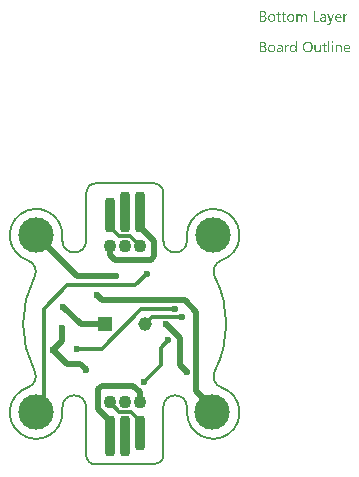
<source format=gbl>
G04*
G04 #@! TF.GenerationSoftware,Altium Limited,Altium Designer,21.8.1 (53)*
G04*
G04 Layer_Physical_Order=2*
G04 Layer_Color=16711680*
%FSAX25Y25*%
%MOIN*%
G70*
G04*
G04 #@! TF.SameCoordinates,72787834-F71D-4475-B617-EFC6544BAEFD*
G04*
G04*
G04 #@! TF.FilePolarity,Positive*
G04*
G01*
G75*
%ADD10C,0.01968*%
%ADD13C,0.00787*%
%ADD47C,0.01181*%
%ADD48C,0.04567*%
%ADD49R,0.04567X0.04567*%
%ADD50C,0.11811*%
%ADD51C,0.02362*%
G04:AMPARAMS|DCode=52|XSize=35.43mil|YSize=135.83mil|CornerRadius=13.82mil|HoleSize=0mil|Usage=FLASHONLY|Rotation=180.000|XOffset=0mil|YOffset=0mil|HoleType=Round|Shape=RoundedRectangle|*
%AMROUNDEDRECTD52*
21,1,0.03543,0.10819,0,0,180.0*
21,1,0.00780,0.13583,0,0,180.0*
1,1,0.02764,-0.00390,0.05409*
1,1,0.02764,0.00390,0.05409*
1,1,0.02764,0.00390,-0.05409*
1,1,0.02764,-0.00390,-0.05409*
%
%ADD52ROUNDEDRECTD52*%
G04:AMPARAMS|DCode=53|XSize=35.43mil|YSize=116.14mil|CornerRadius=13.82mil|HoleSize=0mil|Usage=FLASHONLY|Rotation=180.000|XOffset=0mil|YOffset=0mil|HoleType=Round|Shape=RoundedRectangle|*
%AMROUNDEDRECTD53*
21,1,0.03543,0.08850,0,0,180.0*
21,1,0.00780,0.11614,0,0,180.0*
1,1,0.02764,-0.00390,0.04425*
1,1,0.02764,0.00390,0.04425*
1,1,0.02764,0.00390,-0.04425*
1,1,0.02764,-0.00390,-0.04425*
%
%ADD53ROUNDEDRECTD53*%
%ADD54C,0.04331*%
G36*
X0060049Y0129265D02*
X0060105Y0129253D01*
X0060167Y0129240D01*
X0060235Y0129216D01*
X0060315Y0129185D01*
X0060389Y0129141D01*
X0060470Y0129092D01*
X0060544Y0129024D01*
X0060612Y0128937D01*
X0060674Y0128838D01*
X0060730Y0128727D01*
X0060767Y0128584D01*
X0060798Y0128429D01*
X0060804Y0128250D01*
Y0126702D01*
X0060402D01*
Y0128145D01*
Y0128151D01*
Y0128163D01*
Y0128182D01*
Y0128213D01*
X0060396Y0128287D01*
X0060383Y0128374D01*
X0060371Y0128473D01*
X0060346Y0128572D01*
X0060315Y0128665D01*
X0060272Y0128745D01*
X0060266Y0128751D01*
X0060247Y0128776D01*
X0060216Y0128807D01*
X0060167Y0128838D01*
X0060111Y0128875D01*
X0060036Y0128900D01*
X0059944Y0128925D01*
X0059838Y0128931D01*
X0059826D01*
X0059795Y0128925D01*
X0059746Y0128919D01*
X0059684Y0128900D01*
X0059616Y0128875D01*
X0059541Y0128832D01*
X0059467Y0128776D01*
X0059399Y0128696D01*
X0059393Y0128683D01*
X0059374Y0128652D01*
X0059343Y0128603D01*
X0059312Y0128535D01*
X0059275Y0128454D01*
X0059250Y0128361D01*
X0059226Y0128250D01*
X0059219Y0128132D01*
Y0126702D01*
X0058817D01*
Y0128194D01*
Y0128200D01*
Y0128225D01*
X0058811Y0128262D01*
Y0128312D01*
X0058799Y0128368D01*
X0058786Y0128429D01*
X0058768Y0128491D01*
X0058749Y0128566D01*
X0058718Y0128634D01*
X0058681Y0128696D01*
X0058631Y0128758D01*
X0058576Y0128813D01*
X0058514Y0128863D01*
X0058433Y0128900D01*
X0058347Y0128925D01*
X0058248Y0128931D01*
X0058235D01*
X0058204Y0128925D01*
X0058155Y0128919D01*
X0058093Y0128906D01*
X0058025Y0128875D01*
X0057951Y0128838D01*
X0057876Y0128782D01*
X0057808Y0128708D01*
X0057802Y0128696D01*
X0057783Y0128671D01*
X0057752Y0128621D01*
X0057722Y0128553D01*
X0057691Y0128473D01*
X0057660Y0128374D01*
X0057641Y0128262D01*
X0057635Y0128132D01*
Y0126702D01*
X0057232D01*
Y0129216D01*
X0057635D01*
Y0128813D01*
X0057647D01*
X0057653Y0128820D01*
X0057660Y0128832D01*
X0057678Y0128857D01*
X0057697Y0128888D01*
X0057759Y0128956D01*
X0057845Y0129042D01*
X0057957Y0129129D01*
X0058087Y0129197D01*
X0058167Y0129228D01*
X0058248Y0129253D01*
X0058334Y0129265D01*
X0058427Y0129271D01*
X0058470D01*
X0058520Y0129265D01*
X0058582Y0129253D01*
X0058650Y0129234D01*
X0058724Y0129209D01*
X0058799Y0129179D01*
X0058873Y0129129D01*
X0058879Y0129123D01*
X0058904Y0129104D01*
X0058935Y0129073D01*
X0058978Y0129030D01*
X0059021Y0128974D01*
X0059065Y0128912D01*
X0059108Y0128838D01*
X0059139Y0128751D01*
X0059145Y0128758D01*
X0059151Y0128776D01*
X0059170Y0128801D01*
X0059188Y0128832D01*
X0059219Y0128875D01*
X0059257Y0128919D01*
X0059300Y0128962D01*
X0059350Y0129011D01*
X0059405Y0129061D01*
X0059467Y0129104D01*
X0059535Y0129154D01*
X0059609Y0129191D01*
X0059690Y0129222D01*
X0059777Y0129247D01*
X0059876Y0129265D01*
X0059975Y0129271D01*
X0060012D01*
X0060049Y0129265D01*
D02*
G37*
G36*
X0074082Y0129253D02*
X0074156Y0129247D01*
X0074199Y0129234D01*
X0074230Y0129222D01*
Y0128807D01*
X0074224Y0128813D01*
X0074212Y0128820D01*
X0074187Y0128832D01*
X0074156Y0128850D01*
X0074113Y0128863D01*
X0074057Y0128875D01*
X0073995Y0128881D01*
X0073927Y0128888D01*
X0073914D01*
X0073884Y0128881D01*
X0073834Y0128875D01*
X0073778Y0128857D01*
X0073704Y0128826D01*
X0073636Y0128782D01*
X0073562Y0128720D01*
X0073494Y0128640D01*
X0073487Y0128628D01*
X0073469Y0128597D01*
X0073438Y0128541D01*
X0073407Y0128467D01*
X0073376Y0128374D01*
X0073345Y0128256D01*
X0073326Y0128126D01*
X0073320Y0127978D01*
Y0126702D01*
X0072918D01*
Y0129216D01*
X0073320D01*
Y0128696D01*
X0073333D01*
Y0128702D01*
X0073339Y0128708D01*
X0073351Y0128739D01*
X0073370Y0128788D01*
X0073401Y0128850D01*
X0073432Y0128912D01*
X0073481Y0128980D01*
X0073531Y0129049D01*
X0073593Y0129110D01*
X0073599Y0129117D01*
X0073624Y0129135D01*
X0073661Y0129160D01*
X0073710Y0129185D01*
X0073766Y0129209D01*
X0073834Y0129234D01*
X0073908Y0129253D01*
X0073989Y0129259D01*
X0074045D01*
X0074082Y0129253D01*
D02*
G37*
G36*
X0068703Y0126300D02*
X0068696Y0126294D01*
X0068690Y0126269D01*
X0068672Y0126226D01*
X0068647Y0126176D01*
X0068616Y0126121D01*
X0068573Y0126053D01*
X0068529Y0125985D01*
X0068480Y0125910D01*
X0068418Y0125836D01*
X0068356Y0125768D01*
X0068282Y0125700D01*
X0068201Y0125644D01*
X0068121Y0125594D01*
X0068028Y0125551D01*
X0067935Y0125526D01*
X0067830Y0125520D01*
X0067774D01*
X0067737Y0125526D01*
X0067656Y0125539D01*
X0067570Y0125557D01*
Y0125916D01*
X0067576D01*
X0067594Y0125910D01*
X0067619Y0125904D01*
X0067650Y0125898D01*
X0067725Y0125879D01*
X0067805Y0125873D01*
X0067817D01*
X0067854Y0125879D01*
X0067910Y0125892D01*
X0067978Y0125916D01*
X0068053Y0125960D01*
X0068090Y0125991D01*
X0068127Y0126028D01*
X0068164Y0126065D01*
X0068201Y0126114D01*
X0068232Y0126170D01*
X0068263Y0126232D01*
X0068467Y0126702D01*
X0067483Y0129216D01*
X0067929D01*
X0068610Y0127278D01*
Y0127272D01*
X0068616Y0127260D01*
X0068622Y0127241D01*
X0068628Y0127216D01*
X0068634Y0127179D01*
X0068647Y0127142D01*
X0068659Y0127086D01*
X0068678D01*
Y0127099D01*
X0068690Y0127136D01*
X0068703Y0127191D01*
X0068727Y0127272D01*
X0069439Y0129216D01*
X0069854D01*
X0068703Y0126300D01*
D02*
G37*
G36*
X0066295Y0129265D02*
X0066350Y0129259D01*
X0066418Y0129240D01*
X0066493Y0129222D01*
X0066573Y0129191D01*
X0066660Y0129154D01*
X0066740Y0129104D01*
X0066821Y0129042D01*
X0066895Y0128968D01*
X0066963Y0128875D01*
X0067019Y0128770D01*
X0067062Y0128646D01*
X0067087Y0128504D01*
X0067099Y0128337D01*
Y0126702D01*
X0066697D01*
Y0127093D01*
X0066685D01*
Y0127086D01*
X0066672Y0127074D01*
X0066660Y0127049D01*
X0066635Y0127024D01*
X0066573Y0126950D01*
X0066493Y0126870D01*
X0066381Y0126789D01*
X0066251Y0126715D01*
X0066171Y0126690D01*
X0066090Y0126665D01*
X0066004Y0126653D01*
X0065911Y0126647D01*
X0065874D01*
X0065849Y0126653D01*
X0065781Y0126659D01*
X0065700Y0126672D01*
X0065601Y0126696D01*
X0065509Y0126727D01*
X0065409Y0126777D01*
X0065323Y0126839D01*
X0065317Y0126851D01*
X0065292Y0126876D01*
X0065255Y0126919D01*
X0065218Y0126981D01*
X0065180Y0127055D01*
X0065143Y0127142D01*
X0065118Y0127247D01*
X0065112Y0127365D01*
Y0127371D01*
Y0127396D01*
X0065118Y0127433D01*
X0065125Y0127476D01*
X0065137Y0127532D01*
X0065156Y0127594D01*
X0065180Y0127662D01*
X0065218Y0127730D01*
X0065261Y0127804D01*
X0065317Y0127879D01*
X0065385Y0127947D01*
X0065465Y0128009D01*
X0065558Y0128070D01*
X0065669Y0128120D01*
X0065793Y0128157D01*
X0065942Y0128188D01*
X0066697Y0128293D01*
Y0128299D01*
Y0128318D01*
X0066691Y0128355D01*
Y0128392D01*
X0066678Y0128442D01*
X0066672Y0128498D01*
X0066635Y0128615D01*
X0066604Y0128671D01*
X0066573Y0128727D01*
X0066530Y0128782D01*
X0066480Y0128832D01*
X0066418Y0128875D01*
X0066350Y0128906D01*
X0066270Y0128925D01*
X0066177Y0128931D01*
X0066134D01*
X0066103Y0128925D01*
X0066059D01*
X0066016Y0128912D01*
X0065905Y0128894D01*
X0065781Y0128857D01*
X0065645Y0128801D01*
X0065570Y0128764D01*
X0065502Y0128727D01*
X0065428Y0128677D01*
X0065360Y0128621D01*
Y0129036D01*
X0065366D01*
X0065378Y0129049D01*
X0065397Y0129061D01*
X0065428Y0129073D01*
X0065459Y0129092D01*
X0065502Y0129110D01*
X0065552Y0129129D01*
X0065608Y0129154D01*
X0065731Y0129197D01*
X0065880Y0129234D01*
X0066041Y0129259D01*
X0066214Y0129271D01*
X0066251D01*
X0066295Y0129265D01*
D02*
G37*
G36*
X0063404Y0127074D02*
X0064815D01*
Y0126702D01*
X0062989D01*
Y0130218D01*
X0063404D01*
Y0127074D01*
D02*
G37*
G36*
X0046189Y0130212D02*
X0046233D01*
X0046276Y0130206D01*
X0046375Y0130194D01*
X0046493Y0130163D01*
X0046617Y0130126D01*
X0046734Y0130070D01*
X0046839Y0129996D01*
X0046846D01*
X0046852Y0129983D01*
X0046883Y0129958D01*
X0046926Y0129909D01*
X0046976Y0129841D01*
X0047019Y0129754D01*
X0047062Y0129655D01*
X0047093Y0129544D01*
X0047106Y0129482D01*
Y0129414D01*
Y0129408D01*
Y0129401D01*
Y0129364D01*
X0047100Y0129308D01*
X0047087Y0129240D01*
X0047069Y0129154D01*
X0047038Y0129067D01*
X0047000Y0128980D01*
X0046945Y0128894D01*
X0046938Y0128881D01*
X0046914Y0128857D01*
X0046877Y0128820D01*
X0046827Y0128770D01*
X0046765Y0128720D01*
X0046691Y0128665D01*
X0046598Y0128621D01*
X0046499Y0128578D01*
Y0128572D01*
X0046518D01*
X0046536Y0128566D01*
X0046555Y0128560D01*
X0046623Y0128547D01*
X0046703Y0128522D01*
X0046790Y0128485D01*
X0046883Y0128442D01*
X0046976Y0128380D01*
X0047062Y0128299D01*
X0047075Y0128287D01*
X0047100Y0128256D01*
X0047130Y0128213D01*
X0047174Y0128145D01*
X0047211Y0128058D01*
X0047248Y0127959D01*
X0047273Y0127841D01*
X0047279Y0127711D01*
Y0127705D01*
Y0127693D01*
Y0127668D01*
X0047273Y0127637D01*
X0047267Y0127600D01*
X0047260Y0127557D01*
X0047236Y0127452D01*
X0047199Y0127334D01*
X0047143Y0127210D01*
X0047106Y0127154D01*
X0047062Y0127093D01*
X0047007Y0127037D01*
X0046951Y0126981D01*
X0046945D01*
X0046938Y0126969D01*
X0046920Y0126956D01*
X0046895Y0126938D01*
X0046864Y0126919D01*
X0046821Y0126894D01*
X0046728Y0126845D01*
X0046610Y0126789D01*
X0046474Y0126746D01*
X0046313Y0126715D01*
X0046233Y0126709D01*
X0046140Y0126702D01*
X0045112D01*
Y0130218D01*
X0046159D01*
X0046189Y0130212D01*
D02*
G37*
G36*
X0053116Y0129216D02*
X0053754D01*
Y0128869D01*
X0053116D01*
Y0127452D01*
Y0127439D01*
Y0127408D01*
X0053122Y0127365D01*
X0053128Y0127309D01*
X0053153Y0127191D01*
X0053172Y0127136D01*
X0053203Y0127093D01*
X0053209Y0127086D01*
X0053221Y0127074D01*
X0053240Y0127061D01*
X0053271Y0127043D01*
X0053308Y0127018D01*
X0053357Y0127006D01*
X0053419Y0126993D01*
X0053487Y0126987D01*
X0053512D01*
X0053543Y0126993D01*
X0053580Y0127000D01*
X0053667Y0127024D01*
X0053710Y0127043D01*
X0053754Y0127068D01*
Y0126721D01*
X0053747D01*
X0053729Y0126709D01*
X0053698Y0126702D01*
X0053655Y0126690D01*
X0053599Y0126678D01*
X0053537Y0126665D01*
X0053463Y0126659D01*
X0053376Y0126653D01*
X0053345D01*
X0053314Y0126659D01*
X0053271Y0126665D01*
X0053221Y0126678D01*
X0053166Y0126690D01*
X0053110Y0126715D01*
X0053048Y0126746D01*
X0052986Y0126783D01*
X0052924Y0126832D01*
X0052868Y0126888D01*
X0052819Y0126962D01*
X0052776Y0127043D01*
X0052745Y0127142D01*
X0052720Y0127253D01*
X0052714Y0127383D01*
Y0128869D01*
X0052287D01*
Y0129216D01*
X0052714D01*
Y0129829D01*
X0053116Y0129958D01*
Y0129216D01*
D02*
G37*
G36*
X0051414D02*
X0052051D01*
Y0128869D01*
X0051414D01*
Y0127452D01*
Y0127439D01*
Y0127408D01*
X0051420Y0127365D01*
X0051426Y0127309D01*
X0051451Y0127191D01*
X0051470Y0127136D01*
X0051500Y0127093D01*
X0051507Y0127086D01*
X0051519Y0127074D01*
X0051538Y0127061D01*
X0051569Y0127043D01*
X0051606Y0127018D01*
X0051655Y0127006D01*
X0051717Y0126993D01*
X0051785Y0126987D01*
X0051810D01*
X0051841Y0126993D01*
X0051878Y0127000D01*
X0051965Y0127024D01*
X0052008Y0127043D01*
X0052051Y0127068D01*
Y0126721D01*
X0052045D01*
X0052027Y0126709D01*
X0051996Y0126702D01*
X0051952Y0126690D01*
X0051897Y0126678D01*
X0051835Y0126665D01*
X0051761Y0126659D01*
X0051674Y0126653D01*
X0051643D01*
X0051612Y0126659D01*
X0051569Y0126665D01*
X0051519Y0126678D01*
X0051463Y0126690D01*
X0051408Y0126715D01*
X0051346Y0126746D01*
X0051284Y0126783D01*
X0051222Y0126832D01*
X0051166Y0126888D01*
X0051117Y0126962D01*
X0051073Y0127043D01*
X0051042Y0127142D01*
X0051018Y0127253D01*
X0051012Y0127383D01*
Y0128869D01*
X0050584D01*
Y0129216D01*
X0051012D01*
Y0129829D01*
X0051414Y0129958D01*
Y0129216D01*
D02*
G37*
G36*
X0071358Y0129265D02*
X0071401Y0129259D01*
X0071445Y0129253D01*
X0071556Y0129234D01*
X0071680Y0129191D01*
X0071804Y0129135D01*
X0071866Y0129098D01*
X0071927Y0129055D01*
X0071983Y0129005D01*
X0072039Y0128949D01*
X0072045Y0128943D01*
X0072051Y0128937D01*
X0072064Y0128919D01*
X0072082Y0128894D01*
X0072101Y0128857D01*
X0072126Y0128820D01*
X0072150Y0128776D01*
X0072175Y0128720D01*
X0072200Y0128658D01*
X0072225Y0128597D01*
X0072249Y0128522D01*
X0072268Y0128442D01*
X0072287Y0128355D01*
X0072299Y0128269D01*
X0072311Y0128170D01*
Y0128064D01*
Y0127854D01*
X0070535D01*
Y0127848D01*
Y0127835D01*
Y0127817D01*
X0070541Y0127786D01*
X0070547Y0127749D01*
Y0127711D01*
X0070566Y0127612D01*
X0070597Y0127513D01*
X0070634Y0127402D01*
X0070689Y0127297D01*
X0070758Y0127204D01*
X0070770Y0127191D01*
X0070795Y0127167D01*
X0070844Y0127136D01*
X0070912Y0127093D01*
X0070999Y0127049D01*
X0071098Y0127018D01*
X0071216Y0126993D01*
X0071352Y0126981D01*
X0071395D01*
X0071426Y0126987D01*
X0071463D01*
X0071507Y0126993D01*
X0071612Y0127018D01*
X0071729Y0127049D01*
X0071860Y0127099D01*
X0071996Y0127167D01*
X0072064Y0127210D01*
X0072132Y0127260D01*
Y0126882D01*
X0072126D01*
X0072119Y0126870D01*
X0072101Y0126863D01*
X0072070Y0126845D01*
X0072039Y0126826D01*
X0072002Y0126808D01*
X0071952Y0126789D01*
X0071903Y0126764D01*
X0071841Y0126740D01*
X0071773Y0126721D01*
X0071624Y0126684D01*
X0071451Y0126659D01*
X0071259Y0126647D01*
X0071210D01*
X0071172Y0126653D01*
X0071129Y0126659D01*
X0071073Y0126665D01*
X0070956Y0126690D01*
X0070819Y0126727D01*
X0070683Y0126789D01*
X0070615Y0126832D01*
X0070547Y0126876D01*
X0070485Y0126925D01*
X0070423Y0126987D01*
X0070417Y0126993D01*
X0070411Y0127006D01*
X0070399Y0127024D01*
X0070374Y0127049D01*
X0070355Y0127086D01*
X0070331Y0127130D01*
X0070300Y0127179D01*
X0070275Y0127235D01*
X0070244Y0127297D01*
X0070219Y0127371D01*
X0070188Y0127452D01*
X0070170Y0127538D01*
X0070151Y0127631D01*
X0070132Y0127730D01*
X0070126Y0127835D01*
X0070120Y0127947D01*
Y0127953D01*
Y0127971D01*
Y0128002D01*
X0070126Y0128046D01*
X0070132Y0128095D01*
X0070139Y0128151D01*
X0070145Y0128219D01*
X0070163Y0128287D01*
X0070201Y0128436D01*
X0070256Y0128597D01*
X0070293Y0128677D01*
X0070343Y0128751D01*
X0070392Y0128832D01*
X0070448Y0128900D01*
X0070454Y0128906D01*
X0070467Y0128919D01*
X0070485Y0128937D01*
X0070510Y0128956D01*
X0070541Y0128987D01*
X0070578Y0129018D01*
X0070628Y0129049D01*
X0070677Y0129086D01*
X0070795Y0129154D01*
X0070937Y0129216D01*
X0071018Y0129234D01*
X0071098Y0129253D01*
X0071185Y0129265D01*
X0071278Y0129271D01*
X0071327D01*
X0071358Y0129265D01*
D02*
G37*
G36*
X0055493D02*
X0055536Y0129259D01*
X0055592Y0129253D01*
X0055716Y0129228D01*
X0055858Y0129185D01*
X0056001Y0129123D01*
X0056075Y0129086D01*
X0056143Y0129042D01*
X0056211Y0128987D01*
X0056273Y0128925D01*
X0056279Y0128919D01*
X0056285Y0128906D01*
X0056304Y0128888D01*
X0056323Y0128863D01*
X0056347Y0128826D01*
X0056372Y0128782D01*
X0056403Y0128733D01*
X0056434Y0128677D01*
X0056459Y0128609D01*
X0056490Y0128541D01*
X0056514Y0128461D01*
X0056539Y0128374D01*
X0056558Y0128281D01*
X0056576Y0128182D01*
X0056582Y0128077D01*
X0056589Y0127965D01*
Y0127959D01*
Y0127940D01*
Y0127910D01*
X0056582Y0127866D01*
X0056576Y0127817D01*
X0056570Y0127755D01*
X0056558Y0127693D01*
X0056545Y0127619D01*
X0056508Y0127470D01*
X0056446Y0127309D01*
X0056409Y0127229D01*
X0056360Y0127148D01*
X0056310Y0127074D01*
X0056248Y0127006D01*
X0056242Y0127000D01*
X0056230Y0126993D01*
X0056211Y0126975D01*
X0056186Y0126950D01*
X0056149Y0126925D01*
X0056112Y0126894D01*
X0056063Y0126857D01*
X0056007Y0126826D01*
X0055945Y0126795D01*
X0055877Y0126758D01*
X0055803Y0126727D01*
X0055722Y0126702D01*
X0055635Y0126678D01*
X0055543Y0126665D01*
X0055444Y0126653D01*
X0055338Y0126647D01*
X0055283D01*
X0055246Y0126653D01*
X0055202Y0126659D01*
X0055146Y0126665D01*
X0055085Y0126678D01*
X0055016Y0126690D01*
X0054874Y0126734D01*
X0054725Y0126795D01*
X0054651Y0126832D01*
X0054583Y0126882D01*
X0054515Y0126932D01*
X0054447Y0126993D01*
X0054441Y0127000D01*
X0054435Y0127012D01*
X0054416Y0127031D01*
X0054397Y0127055D01*
X0054373Y0127093D01*
X0054342Y0127136D01*
X0054311Y0127185D01*
X0054286Y0127241D01*
X0054255Y0127309D01*
X0054224Y0127377D01*
X0054193Y0127452D01*
X0054168Y0127538D01*
X0054131Y0127724D01*
X0054125Y0127823D01*
X0054119Y0127928D01*
Y0127934D01*
Y0127959D01*
Y0127990D01*
X0054125Y0128033D01*
X0054131Y0128083D01*
X0054137Y0128145D01*
X0054150Y0128213D01*
X0054162Y0128287D01*
X0054199Y0128448D01*
X0054261Y0128609D01*
X0054305Y0128690D01*
X0054348Y0128770D01*
X0054397Y0128844D01*
X0054459Y0128912D01*
X0054466Y0128919D01*
X0054478Y0128931D01*
X0054497Y0128943D01*
X0054521Y0128968D01*
X0054558Y0128993D01*
X0054602Y0129024D01*
X0054651Y0129061D01*
X0054707Y0129092D01*
X0054769Y0129123D01*
X0054843Y0129160D01*
X0054917Y0129191D01*
X0055004Y0129216D01*
X0055091Y0129240D01*
X0055190Y0129259D01*
X0055295Y0129265D01*
X0055400Y0129271D01*
X0055456D01*
X0055493Y0129265D01*
D02*
G37*
G36*
X0049142D02*
X0049185Y0129259D01*
X0049241Y0129253D01*
X0049365Y0129228D01*
X0049507Y0129185D01*
X0049650Y0129123D01*
X0049724Y0129086D01*
X0049792Y0129042D01*
X0049860Y0128987D01*
X0049922Y0128925D01*
X0049928Y0128919D01*
X0049935Y0128906D01*
X0049953Y0128888D01*
X0049972Y0128863D01*
X0049996Y0128826D01*
X0050021Y0128782D01*
X0050052Y0128733D01*
X0050083Y0128677D01*
X0050108Y0128609D01*
X0050139Y0128541D01*
X0050164Y0128461D01*
X0050188Y0128374D01*
X0050207Y0128281D01*
X0050225Y0128182D01*
X0050232Y0128077D01*
X0050238Y0127965D01*
Y0127959D01*
Y0127940D01*
Y0127910D01*
X0050232Y0127866D01*
X0050225Y0127817D01*
X0050219Y0127755D01*
X0050207Y0127693D01*
X0050195Y0127619D01*
X0050157Y0127470D01*
X0050095Y0127309D01*
X0050058Y0127229D01*
X0050009Y0127148D01*
X0049959Y0127074D01*
X0049897Y0127006D01*
X0049891Y0127000D01*
X0049879Y0126993D01*
X0049860Y0126975D01*
X0049835Y0126950D01*
X0049798Y0126925D01*
X0049761Y0126894D01*
X0049712Y0126857D01*
X0049656Y0126826D01*
X0049594Y0126795D01*
X0049526Y0126758D01*
X0049452Y0126727D01*
X0049371Y0126702D01*
X0049284Y0126678D01*
X0049192Y0126665D01*
X0049093Y0126653D01*
X0048987Y0126647D01*
X0048932D01*
X0048895Y0126653D01*
X0048851Y0126659D01*
X0048796Y0126665D01*
X0048734Y0126678D01*
X0048665Y0126690D01*
X0048523Y0126734D01*
X0048375Y0126795D01*
X0048300Y0126832D01*
X0048232Y0126882D01*
X0048164Y0126932D01*
X0048096Y0126993D01*
X0048090Y0127000D01*
X0048084Y0127012D01*
X0048065Y0127031D01*
X0048046Y0127055D01*
X0048022Y0127093D01*
X0047991Y0127136D01*
X0047960Y0127185D01*
X0047935Y0127241D01*
X0047904Y0127309D01*
X0047873Y0127377D01*
X0047842Y0127452D01*
X0047818Y0127538D01*
X0047780Y0127724D01*
X0047774Y0127823D01*
X0047768Y0127928D01*
Y0127934D01*
Y0127959D01*
Y0127990D01*
X0047774Y0128033D01*
X0047780Y0128083D01*
X0047787Y0128145D01*
X0047799Y0128213D01*
X0047811Y0128287D01*
X0047848Y0128448D01*
X0047910Y0128609D01*
X0047954Y0128690D01*
X0047997Y0128770D01*
X0048046Y0128844D01*
X0048108Y0128912D01*
X0048115Y0128919D01*
X0048127Y0128931D01*
X0048146Y0128943D01*
X0048170Y0128968D01*
X0048208Y0128993D01*
X0048251Y0129024D01*
X0048300Y0129061D01*
X0048356Y0129092D01*
X0048418Y0129123D01*
X0048492Y0129160D01*
X0048566Y0129191D01*
X0048653Y0129216D01*
X0048740Y0129240D01*
X0048839Y0129259D01*
X0048944Y0129265D01*
X0049049Y0129271D01*
X0049105D01*
X0049142Y0129265D01*
D02*
G37*
G36*
X0069322Y0120185D02*
X0069346D01*
X0069402Y0120160D01*
X0069433Y0120142D01*
X0069464Y0120117D01*
X0069470Y0120111D01*
X0069476Y0120105D01*
X0069507Y0120068D01*
X0069532Y0120006D01*
X0069538Y0119969D01*
X0069544Y0119931D01*
Y0119925D01*
Y0119913D01*
X0069538Y0119894D01*
X0069532Y0119870D01*
X0069513Y0119808D01*
X0069489Y0119777D01*
X0069464Y0119746D01*
X0069458D01*
X0069451Y0119733D01*
X0069414Y0119709D01*
X0069359Y0119684D01*
X0069322Y0119678D01*
X0069284Y0119671D01*
X0069266D01*
X0069247Y0119678D01*
X0069222D01*
X0069161Y0119702D01*
X0069130Y0119715D01*
X0069099Y0119740D01*
Y0119746D01*
X0069086Y0119752D01*
X0069074Y0119771D01*
X0069062Y0119789D01*
X0069037Y0119851D01*
X0069031Y0119888D01*
X0069024Y0119931D01*
Y0119938D01*
Y0119950D01*
X0069031Y0119969D01*
X0069037Y0120000D01*
X0069055Y0120055D01*
X0069074Y0120086D01*
X0069099Y0120117D01*
X0069105Y0120123D01*
X0069111Y0120130D01*
X0069148Y0120154D01*
X0069210Y0120179D01*
X0069247Y0120192D01*
X0069303D01*
X0069322Y0120185D01*
D02*
G37*
G36*
X0057332Y0116521D02*
X0056929D01*
Y0116942D01*
X0056917D01*
Y0116936D01*
X0056904Y0116923D01*
X0056886Y0116898D01*
X0056867Y0116867D01*
X0056836Y0116830D01*
X0056799Y0116793D01*
X0056756Y0116750D01*
X0056706Y0116707D01*
X0056651Y0116657D01*
X0056582Y0116614D01*
X0056514Y0116577D01*
X0056434Y0116539D01*
X0056353Y0116508D01*
X0056261Y0116484D01*
X0056162Y0116471D01*
X0056056Y0116465D01*
X0056013D01*
X0055976Y0116471D01*
X0055939Y0116478D01*
X0055889Y0116484D01*
X0055784Y0116508D01*
X0055660Y0116546D01*
X0055536Y0116607D01*
X0055468Y0116645D01*
X0055413Y0116688D01*
X0055351Y0116744D01*
X0055295Y0116799D01*
Y0116806D01*
X0055283Y0116818D01*
X0055270Y0116837D01*
X0055252Y0116861D01*
X0055233Y0116892D01*
X0055208Y0116936D01*
X0055184Y0116985D01*
X0055159Y0117041D01*
X0055128Y0117103D01*
X0055103Y0117171D01*
X0055078Y0117245D01*
X0055060Y0117325D01*
X0055041Y0117412D01*
X0055029Y0117511D01*
X0055023Y0117610D01*
X0055016Y0117716D01*
Y0117722D01*
Y0117740D01*
Y0117777D01*
X0055023Y0117821D01*
X0055029Y0117870D01*
X0055035Y0117932D01*
X0055041Y0118000D01*
X0055054Y0118075D01*
X0055091Y0118235D01*
X0055146Y0118403D01*
X0055184Y0118483D01*
X0055227Y0118563D01*
X0055270Y0118638D01*
X0055326Y0118712D01*
X0055332Y0118718D01*
X0055338Y0118731D01*
X0055357Y0118749D01*
X0055382Y0118774D01*
X0055413Y0118799D01*
X0055456Y0118830D01*
X0055499Y0118867D01*
X0055549Y0118904D01*
X0055673Y0118972D01*
X0055815Y0119034D01*
X0055895Y0119053D01*
X0055982Y0119071D01*
X0056069Y0119083D01*
X0056168Y0119090D01*
X0056217D01*
X0056255Y0119083D01*
X0056292Y0119077D01*
X0056341Y0119071D01*
X0056453Y0119040D01*
X0056576Y0118991D01*
X0056638Y0118960D01*
X0056700Y0118916D01*
X0056762Y0118873D01*
X0056818Y0118817D01*
X0056867Y0118755D01*
X0056917Y0118681D01*
X0056929D01*
Y0120241D01*
X0057332D01*
Y0116521D01*
D02*
G37*
G36*
X0071600Y0119083D02*
X0071674Y0119077D01*
X0071767Y0119059D01*
X0071866Y0119028D01*
X0071971Y0118978D01*
X0072076Y0118910D01*
X0072119Y0118873D01*
X0072163Y0118824D01*
X0072175Y0118811D01*
X0072200Y0118774D01*
X0072231Y0118712D01*
X0072274Y0118625D01*
X0072311Y0118520D01*
X0072348Y0118390D01*
X0072373Y0118235D01*
X0072379Y0118056D01*
Y0116521D01*
X0071977D01*
Y0117951D01*
Y0117957D01*
Y0117988D01*
X0071971Y0118025D01*
Y0118075D01*
X0071959Y0118136D01*
X0071946Y0118204D01*
X0071927Y0118279D01*
X0071903Y0118353D01*
X0071872Y0118427D01*
X0071835Y0118495D01*
X0071785Y0118563D01*
X0071729Y0118625D01*
X0071668Y0118675D01*
X0071587Y0118712D01*
X0071500Y0118743D01*
X0071395Y0118749D01*
X0071383D01*
X0071346Y0118743D01*
X0071290Y0118737D01*
X0071222Y0118718D01*
X0071141Y0118693D01*
X0071055Y0118650D01*
X0070974Y0118595D01*
X0070894Y0118520D01*
X0070888Y0118508D01*
X0070863Y0118483D01*
X0070832Y0118433D01*
X0070795Y0118365D01*
X0070758Y0118285D01*
X0070727Y0118186D01*
X0070702Y0118075D01*
X0070696Y0117951D01*
Y0116521D01*
X0070293D01*
Y0119034D01*
X0070696D01*
Y0118613D01*
X0070708D01*
X0070714Y0118619D01*
X0070720Y0118632D01*
X0070739Y0118656D01*
X0070764Y0118687D01*
X0070789Y0118725D01*
X0070826Y0118762D01*
X0070869Y0118805D01*
X0070919Y0118854D01*
X0070974Y0118898D01*
X0071036Y0118941D01*
X0071104Y0118978D01*
X0071179Y0119015D01*
X0071253Y0119046D01*
X0071339Y0119071D01*
X0071432Y0119083D01*
X0071531Y0119090D01*
X0071569D01*
X0071600Y0119083D01*
D02*
G37*
G36*
X0054602Y0119071D02*
X0054676Y0119065D01*
X0054719Y0119053D01*
X0054750Y0119040D01*
Y0118625D01*
X0054744Y0118632D01*
X0054732Y0118638D01*
X0054707Y0118650D01*
X0054676Y0118669D01*
X0054633Y0118681D01*
X0054577Y0118693D01*
X0054515Y0118700D01*
X0054447Y0118706D01*
X0054435D01*
X0054404Y0118700D01*
X0054354Y0118693D01*
X0054298Y0118675D01*
X0054224Y0118644D01*
X0054156Y0118601D01*
X0054082Y0118539D01*
X0054014Y0118458D01*
X0054008Y0118446D01*
X0053989Y0118415D01*
X0053958Y0118359D01*
X0053927Y0118285D01*
X0053896Y0118192D01*
X0053865Y0118075D01*
X0053847Y0117945D01*
X0053840Y0117796D01*
Y0116521D01*
X0053438D01*
Y0119034D01*
X0053840D01*
Y0118514D01*
X0053853D01*
Y0118520D01*
X0053859Y0118526D01*
X0053871Y0118557D01*
X0053890Y0118607D01*
X0053921Y0118669D01*
X0053952Y0118731D01*
X0054001Y0118799D01*
X0054051Y0118867D01*
X0054113Y0118929D01*
X0054119Y0118935D01*
X0054144Y0118954D01*
X0054181Y0118978D01*
X0054230Y0119003D01*
X0054286Y0119028D01*
X0054354Y0119053D01*
X0054428Y0119071D01*
X0054509Y0119077D01*
X0054565D01*
X0054602Y0119071D01*
D02*
G37*
G36*
X0065341Y0116521D02*
X0064939D01*
Y0116917D01*
X0064927D01*
Y0116911D01*
X0064914Y0116898D01*
X0064902Y0116874D01*
X0064877Y0116849D01*
X0064821Y0116775D01*
X0064735Y0116694D01*
X0064685Y0116651D01*
X0064630Y0116607D01*
X0064568Y0116570D01*
X0064493Y0116533D01*
X0064419Y0116508D01*
X0064339Y0116484D01*
X0064246Y0116471D01*
X0064153Y0116465D01*
X0064116D01*
X0064072Y0116471D01*
X0064011Y0116484D01*
X0063942Y0116496D01*
X0063868Y0116521D01*
X0063788Y0116552D01*
X0063707Y0116601D01*
X0063621Y0116657D01*
X0063540Y0116725D01*
X0063466Y0116812D01*
X0063398Y0116917D01*
X0063336Y0117035D01*
X0063292Y0117177D01*
X0063268Y0117344D01*
X0063255Y0117431D01*
Y0117530D01*
Y0119034D01*
X0063652D01*
Y0117592D01*
Y0117586D01*
Y0117561D01*
X0063658Y0117517D01*
X0063664Y0117468D01*
X0063670Y0117406D01*
X0063683Y0117344D01*
X0063701Y0117270D01*
X0063726Y0117195D01*
X0063763Y0117121D01*
X0063800Y0117053D01*
X0063850Y0116985D01*
X0063911Y0116923D01*
X0063980Y0116874D01*
X0064060Y0116837D01*
X0064159Y0116806D01*
X0064264Y0116799D01*
X0064277D01*
X0064314Y0116806D01*
X0064370Y0116812D01*
X0064431Y0116824D01*
X0064512Y0116855D01*
X0064592Y0116892D01*
X0064673Y0116942D01*
X0064747Y0117016D01*
X0064753Y0117028D01*
X0064778Y0117053D01*
X0064809Y0117103D01*
X0064846Y0117171D01*
X0064877Y0117251D01*
X0064908Y0117350D01*
X0064933Y0117462D01*
X0064939Y0117586D01*
Y0119034D01*
X0065341D01*
Y0116521D01*
D02*
G37*
G36*
X0069476D02*
X0069074D01*
Y0119034D01*
X0069476D01*
Y0116521D01*
D02*
G37*
G36*
X0068257D02*
X0067854D01*
Y0120241D01*
X0068257D01*
Y0116521D01*
D02*
G37*
G36*
X0051878Y0119083D02*
X0051934Y0119077D01*
X0052002Y0119059D01*
X0052076Y0119040D01*
X0052157Y0119009D01*
X0052243Y0118972D01*
X0052324Y0118922D01*
X0052404Y0118861D01*
X0052479Y0118786D01*
X0052547Y0118693D01*
X0052602Y0118588D01*
X0052646Y0118465D01*
X0052671Y0118322D01*
X0052683Y0118155D01*
Y0116521D01*
X0052280D01*
Y0116911D01*
X0052268D01*
Y0116905D01*
X0052256Y0116892D01*
X0052243Y0116867D01*
X0052219Y0116843D01*
X0052157Y0116768D01*
X0052076Y0116688D01*
X0051965Y0116607D01*
X0051835Y0116533D01*
X0051754Y0116508D01*
X0051674Y0116484D01*
X0051587Y0116471D01*
X0051494Y0116465D01*
X0051457D01*
X0051432Y0116471D01*
X0051364Y0116478D01*
X0051284Y0116490D01*
X0051185Y0116515D01*
X0051092Y0116546D01*
X0050993Y0116595D01*
X0050906Y0116657D01*
X0050900Y0116669D01*
X0050875Y0116694D01*
X0050838Y0116737D01*
X0050801Y0116799D01*
X0050764Y0116874D01*
X0050727Y0116960D01*
X0050702Y0117066D01*
X0050696Y0117183D01*
Y0117189D01*
Y0117214D01*
X0050702Y0117251D01*
X0050708Y0117295D01*
X0050721Y0117350D01*
X0050739Y0117412D01*
X0050764Y0117480D01*
X0050801Y0117548D01*
X0050844Y0117623D01*
X0050900Y0117697D01*
X0050968Y0117765D01*
X0051049Y0117827D01*
X0051142Y0117889D01*
X0051253Y0117938D01*
X0051377Y0117975D01*
X0051525Y0118006D01*
X0052280Y0118112D01*
Y0118118D01*
Y0118136D01*
X0052274Y0118174D01*
Y0118211D01*
X0052262Y0118260D01*
X0052256Y0118316D01*
X0052219Y0118433D01*
X0052188Y0118489D01*
X0052157Y0118545D01*
X0052113Y0118601D01*
X0052064Y0118650D01*
X0052002Y0118693D01*
X0051934Y0118725D01*
X0051853Y0118743D01*
X0051761Y0118749D01*
X0051717D01*
X0051686Y0118743D01*
X0051643D01*
X0051600Y0118731D01*
X0051488Y0118712D01*
X0051364Y0118675D01*
X0051228Y0118619D01*
X0051154Y0118582D01*
X0051086Y0118545D01*
X0051012Y0118495D01*
X0050943Y0118440D01*
Y0118854D01*
X0050950D01*
X0050962Y0118867D01*
X0050981Y0118879D01*
X0051012Y0118892D01*
X0051042Y0118910D01*
X0051086Y0118929D01*
X0051135Y0118947D01*
X0051191Y0118972D01*
X0051315Y0119015D01*
X0051463Y0119053D01*
X0051624Y0119077D01*
X0051798Y0119090D01*
X0051835D01*
X0051878Y0119083D01*
D02*
G37*
G36*
X0046189Y0120030D02*
X0046233D01*
X0046276Y0120024D01*
X0046375Y0120012D01*
X0046493Y0119981D01*
X0046617Y0119944D01*
X0046734Y0119888D01*
X0046839Y0119814D01*
X0046846D01*
X0046852Y0119801D01*
X0046883Y0119777D01*
X0046926Y0119727D01*
X0046976Y0119659D01*
X0047019Y0119572D01*
X0047062Y0119473D01*
X0047093Y0119362D01*
X0047106Y0119300D01*
Y0119232D01*
Y0119226D01*
Y0119220D01*
Y0119183D01*
X0047100Y0119127D01*
X0047087Y0119059D01*
X0047069Y0118972D01*
X0047038Y0118885D01*
X0047000Y0118799D01*
X0046945Y0118712D01*
X0046938Y0118700D01*
X0046914Y0118675D01*
X0046877Y0118638D01*
X0046827Y0118588D01*
X0046765Y0118539D01*
X0046691Y0118483D01*
X0046598Y0118440D01*
X0046499Y0118396D01*
Y0118390D01*
X0046518D01*
X0046536Y0118384D01*
X0046555Y0118378D01*
X0046623Y0118365D01*
X0046703Y0118341D01*
X0046790Y0118304D01*
X0046883Y0118260D01*
X0046976Y0118198D01*
X0047062Y0118118D01*
X0047075Y0118105D01*
X0047100Y0118075D01*
X0047130Y0118031D01*
X0047174Y0117963D01*
X0047211Y0117876D01*
X0047248Y0117777D01*
X0047273Y0117660D01*
X0047279Y0117530D01*
Y0117524D01*
Y0117511D01*
Y0117486D01*
X0047273Y0117455D01*
X0047267Y0117418D01*
X0047260Y0117375D01*
X0047236Y0117270D01*
X0047199Y0117152D01*
X0047143Y0117028D01*
X0047106Y0116973D01*
X0047062Y0116911D01*
X0047007Y0116855D01*
X0046951Y0116799D01*
X0046945D01*
X0046938Y0116787D01*
X0046920Y0116775D01*
X0046895Y0116756D01*
X0046864Y0116737D01*
X0046821Y0116713D01*
X0046728Y0116663D01*
X0046610Y0116607D01*
X0046474Y0116564D01*
X0046313Y0116533D01*
X0046233Y0116527D01*
X0046140Y0116521D01*
X0045112D01*
Y0120037D01*
X0046159D01*
X0046189Y0120030D01*
D02*
G37*
G36*
X0066685Y0119034D02*
X0067322D01*
Y0118687D01*
X0066685D01*
Y0117270D01*
Y0117257D01*
Y0117227D01*
X0066691Y0117183D01*
X0066697Y0117127D01*
X0066722Y0117010D01*
X0066740Y0116954D01*
X0066771Y0116911D01*
X0066777Y0116905D01*
X0066790Y0116892D01*
X0066808Y0116880D01*
X0066839Y0116861D01*
X0066877Y0116837D01*
X0066926Y0116824D01*
X0066988Y0116812D01*
X0067056Y0116806D01*
X0067081D01*
X0067112Y0116812D01*
X0067149Y0116818D01*
X0067235Y0116843D01*
X0067279Y0116861D01*
X0067322Y0116886D01*
Y0116539D01*
X0067316D01*
X0067297Y0116527D01*
X0067266Y0116521D01*
X0067223Y0116508D01*
X0067167Y0116496D01*
X0067106Y0116484D01*
X0067031Y0116478D01*
X0066945Y0116471D01*
X0066914D01*
X0066883Y0116478D01*
X0066839Y0116484D01*
X0066790Y0116496D01*
X0066734Y0116508D01*
X0066678Y0116533D01*
X0066616Y0116564D01*
X0066555Y0116601D01*
X0066493Y0116651D01*
X0066437Y0116707D01*
X0066387Y0116781D01*
X0066344Y0116861D01*
X0066313Y0116960D01*
X0066289Y0117072D01*
X0066282Y0117202D01*
Y0118687D01*
X0065855D01*
Y0119034D01*
X0066282D01*
Y0119647D01*
X0066685Y0119777D01*
Y0119034D01*
D02*
G37*
G36*
X0074212Y0119083D02*
X0074255Y0119077D01*
X0074298Y0119071D01*
X0074410Y0119053D01*
X0074533Y0119009D01*
X0074657Y0118954D01*
X0074719Y0118916D01*
X0074781Y0118873D01*
X0074837Y0118824D01*
X0074893Y0118768D01*
X0074899Y0118762D01*
X0074905Y0118755D01*
X0074917Y0118737D01*
X0074936Y0118712D01*
X0074954Y0118675D01*
X0074979Y0118638D01*
X0075004Y0118595D01*
X0075029Y0118539D01*
X0075054Y0118477D01*
X0075078Y0118415D01*
X0075103Y0118341D01*
X0075122Y0118260D01*
X0075140Y0118174D01*
X0075152Y0118087D01*
X0075165Y0117988D01*
Y0117883D01*
Y0117672D01*
X0073388D01*
Y0117666D01*
Y0117654D01*
Y0117635D01*
X0073395Y0117604D01*
X0073401Y0117567D01*
Y0117530D01*
X0073419Y0117431D01*
X0073450Y0117332D01*
X0073487Y0117220D01*
X0073543Y0117115D01*
X0073611Y0117022D01*
X0073624Y0117010D01*
X0073648Y0116985D01*
X0073698Y0116954D01*
X0073766Y0116911D01*
X0073853Y0116867D01*
X0073952Y0116837D01*
X0074069Y0116812D01*
X0074205Y0116799D01*
X0074249D01*
X0074280Y0116806D01*
X0074317D01*
X0074360Y0116812D01*
X0074465Y0116837D01*
X0074583Y0116867D01*
X0074713Y0116917D01*
X0074849Y0116985D01*
X0074917Y0117028D01*
X0074985Y0117078D01*
Y0116700D01*
X0074979D01*
X0074973Y0116688D01*
X0074954Y0116682D01*
X0074923Y0116663D01*
X0074893Y0116645D01*
X0074855Y0116626D01*
X0074806Y0116607D01*
X0074756Y0116583D01*
X0074695Y0116558D01*
X0074626Y0116539D01*
X0074478Y0116502D01*
X0074304Y0116478D01*
X0074113Y0116465D01*
X0074063D01*
X0074026Y0116471D01*
X0073983Y0116478D01*
X0073927Y0116484D01*
X0073809Y0116508D01*
X0073673Y0116546D01*
X0073537Y0116607D01*
X0073469Y0116651D01*
X0073401Y0116694D01*
X0073339Y0116744D01*
X0073277Y0116806D01*
X0073271Y0116812D01*
X0073265Y0116824D01*
X0073252Y0116843D01*
X0073227Y0116867D01*
X0073209Y0116905D01*
X0073184Y0116948D01*
X0073153Y0116997D01*
X0073128Y0117053D01*
X0073097Y0117115D01*
X0073073Y0117189D01*
X0073042Y0117270D01*
X0073023Y0117357D01*
X0073005Y0117449D01*
X0072986Y0117548D01*
X0072980Y0117654D01*
X0072974Y0117765D01*
Y0117771D01*
Y0117790D01*
Y0117821D01*
X0072980Y0117864D01*
X0072986Y0117914D01*
X0072992Y0117969D01*
X0072998Y0118037D01*
X0073017Y0118105D01*
X0073054Y0118254D01*
X0073110Y0118415D01*
X0073147Y0118495D01*
X0073197Y0118570D01*
X0073246Y0118650D01*
X0073302Y0118718D01*
X0073308Y0118725D01*
X0073320Y0118737D01*
X0073339Y0118755D01*
X0073364Y0118774D01*
X0073395Y0118805D01*
X0073432Y0118836D01*
X0073481Y0118867D01*
X0073531Y0118904D01*
X0073648Y0118972D01*
X0073791Y0119034D01*
X0073871Y0119053D01*
X0073952Y0119071D01*
X0074038Y0119083D01*
X0074131Y0119090D01*
X0074181D01*
X0074212Y0119083D01*
D02*
G37*
G36*
X0061169Y0120092D02*
X0061231Y0120086D01*
X0061305Y0120074D01*
X0061386Y0120055D01*
X0061473Y0120037D01*
X0061559Y0120012D01*
X0061658Y0119981D01*
X0061751Y0119938D01*
X0061850Y0119888D01*
X0061949Y0119833D01*
X0062042Y0119764D01*
X0062135Y0119690D01*
X0062222Y0119603D01*
X0062228Y0119597D01*
X0062240Y0119579D01*
X0062265Y0119554D01*
X0062290Y0119517D01*
X0062327Y0119467D01*
X0062364Y0119405D01*
X0062401Y0119337D01*
X0062445Y0119263D01*
X0062488Y0119170D01*
X0062525Y0119077D01*
X0062562Y0118972D01*
X0062599Y0118854D01*
X0062624Y0118737D01*
X0062649Y0118607D01*
X0062661Y0118465D01*
X0062667Y0118322D01*
Y0118310D01*
Y0118285D01*
Y0118242D01*
X0062661Y0118180D01*
X0062655Y0118105D01*
X0062643Y0118025D01*
X0062630Y0117932D01*
X0062612Y0117827D01*
X0062587Y0117722D01*
X0062556Y0117610D01*
X0062519Y0117499D01*
X0062475Y0117387D01*
X0062420Y0117270D01*
X0062358Y0117165D01*
X0062290Y0117059D01*
X0062209Y0116960D01*
X0062203Y0116954D01*
X0062191Y0116942D01*
X0062160Y0116917D01*
X0062129Y0116886D01*
X0062079Y0116843D01*
X0062024Y0116806D01*
X0061962Y0116756D01*
X0061887Y0116713D01*
X0061807Y0116669D01*
X0061714Y0116620D01*
X0061615Y0116583D01*
X0061504Y0116546D01*
X0061386Y0116508D01*
X0061262Y0116484D01*
X0061132Y0116471D01*
X0060990Y0116465D01*
X0060959D01*
X0060915Y0116471D01*
X0060866D01*
X0060804Y0116478D01*
X0060730Y0116490D01*
X0060649Y0116508D01*
X0060557Y0116527D01*
X0060464Y0116552D01*
X0060365Y0116583D01*
X0060266Y0116626D01*
X0060167Y0116669D01*
X0060067Y0116725D01*
X0059969Y0116793D01*
X0059876Y0116867D01*
X0059789Y0116954D01*
X0059783Y0116960D01*
X0059770Y0116979D01*
X0059746Y0117004D01*
X0059721Y0117041D01*
X0059684Y0117090D01*
X0059647Y0117152D01*
X0059609Y0117220D01*
X0059566Y0117301D01*
X0059523Y0117387D01*
X0059486Y0117480D01*
X0059448Y0117586D01*
X0059411Y0117703D01*
X0059387Y0117821D01*
X0059362Y0117951D01*
X0059350Y0118093D01*
X0059343Y0118235D01*
Y0118248D01*
Y0118273D01*
X0059350Y0118316D01*
Y0118378D01*
X0059356Y0118446D01*
X0059368Y0118533D01*
X0059380Y0118625D01*
X0059399Y0118725D01*
X0059424Y0118830D01*
X0059455Y0118941D01*
X0059492Y0119053D01*
X0059535Y0119164D01*
X0059591Y0119275D01*
X0059653Y0119387D01*
X0059721Y0119492D01*
X0059801Y0119591D01*
X0059807Y0119597D01*
X0059820Y0119616D01*
X0059851Y0119641D01*
X0059888Y0119671D01*
X0059931Y0119709D01*
X0059987Y0119752D01*
X0060055Y0119795D01*
X0060129Y0119845D01*
X0060216Y0119894D01*
X0060309Y0119938D01*
X0060408Y0119981D01*
X0060519Y0120018D01*
X0060643Y0120049D01*
X0060773Y0120080D01*
X0060909Y0120092D01*
X0061052Y0120099D01*
X0061120D01*
X0061169Y0120092D01*
D02*
G37*
G36*
X0049142Y0119083D02*
X0049185Y0119077D01*
X0049241Y0119071D01*
X0049365Y0119046D01*
X0049507Y0119003D01*
X0049650Y0118941D01*
X0049724Y0118904D01*
X0049792Y0118861D01*
X0049860Y0118805D01*
X0049922Y0118743D01*
X0049928Y0118737D01*
X0049935Y0118725D01*
X0049953Y0118706D01*
X0049972Y0118681D01*
X0049996Y0118644D01*
X0050021Y0118601D01*
X0050052Y0118551D01*
X0050083Y0118495D01*
X0050108Y0118427D01*
X0050139Y0118359D01*
X0050164Y0118279D01*
X0050188Y0118192D01*
X0050207Y0118099D01*
X0050225Y0118000D01*
X0050232Y0117895D01*
X0050238Y0117784D01*
Y0117777D01*
Y0117759D01*
Y0117728D01*
X0050232Y0117684D01*
X0050225Y0117635D01*
X0050219Y0117573D01*
X0050207Y0117511D01*
X0050195Y0117437D01*
X0050157Y0117288D01*
X0050095Y0117127D01*
X0050058Y0117047D01*
X0050009Y0116966D01*
X0049959Y0116892D01*
X0049897Y0116824D01*
X0049891Y0116818D01*
X0049879Y0116812D01*
X0049860Y0116793D01*
X0049835Y0116768D01*
X0049798Y0116744D01*
X0049761Y0116713D01*
X0049712Y0116676D01*
X0049656Y0116645D01*
X0049594Y0116614D01*
X0049526Y0116577D01*
X0049452Y0116546D01*
X0049371Y0116521D01*
X0049284Y0116496D01*
X0049192Y0116484D01*
X0049093Y0116471D01*
X0048987Y0116465D01*
X0048932D01*
X0048895Y0116471D01*
X0048851Y0116478D01*
X0048796Y0116484D01*
X0048734Y0116496D01*
X0048665Y0116508D01*
X0048523Y0116552D01*
X0048375Y0116614D01*
X0048300Y0116651D01*
X0048232Y0116700D01*
X0048164Y0116750D01*
X0048096Y0116812D01*
X0048090Y0116818D01*
X0048084Y0116830D01*
X0048065Y0116849D01*
X0048046Y0116874D01*
X0048022Y0116911D01*
X0047991Y0116954D01*
X0047960Y0117004D01*
X0047935Y0117059D01*
X0047904Y0117127D01*
X0047873Y0117195D01*
X0047842Y0117270D01*
X0047818Y0117357D01*
X0047780Y0117542D01*
X0047774Y0117641D01*
X0047768Y0117746D01*
Y0117753D01*
Y0117777D01*
Y0117808D01*
X0047774Y0117852D01*
X0047780Y0117901D01*
X0047787Y0117963D01*
X0047799Y0118031D01*
X0047811Y0118105D01*
X0047848Y0118266D01*
X0047910Y0118427D01*
X0047954Y0118508D01*
X0047997Y0118588D01*
X0048046Y0118663D01*
X0048108Y0118731D01*
X0048115Y0118737D01*
X0048127Y0118749D01*
X0048146Y0118762D01*
X0048170Y0118786D01*
X0048208Y0118811D01*
X0048251Y0118842D01*
X0048300Y0118879D01*
X0048356Y0118910D01*
X0048418Y0118941D01*
X0048492Y0118978D01*
X0048566Y0119009D01*
X0048653Y0119034D01*
X0048740Y0119059D01*
X0048839Y0119077D01*
X0048944Y0119083D01*
X0049049Y0119090D01*
X0049105D01*
X0049142Y0119083D01*
D02*
G37*
%LPC*%
G36*
X0066697Y0127971D02*
X0066090Y0127885D01*
X0066078D01*
X0066047Y0127879D01*
X0065997Y0127866D01*
X0065936Y0127854D01*
X0065868Y0127835D01*
X0065793Y0127811D01*
X0065731Y0127786D01*
X0065669Y0127749D01*
X0065663Y0127742D01*
X0065645Y0127730D01*
X0065626Y0127705D01*
X0065601Y0127668D01*
X0065570Y0127619D01*
X0065552Y0127557D01*
X0065533Y0127482D01*
X0065527Y0127396D01*
Y0127390D01*
Y0127365D01*
X0065533Y0127334D01*
X0065546Y0127291D01*
X0065558Y0127241D01*
X0065583Y0127191D01*
X0065614Y0127142D01*
X0065657Y0127093D01*
X0065663Y0127086D01*
X0065682Y0127074D01*
X0065713Y0127055D01*
X0065750Y0127037D01*
X0065799Y0127018D01*
X0065861Y0127000D01*
X0065929Y0126987D01*
X0066010Y0126981D01*
X0066022D01*
X0066059Y0126987D01*
X0066115Y0126993D01*
X0066183Y0127006D01*
X0066258Y0127031D01*
X0066344Y0127068D01*
X0066425Y0127123D01*
X0066499Y0127191D01*
X0066505Y0127204D01*
X0066530Y0127229D01*
X0066561Y0127272D01*
X0066598Y0127334D01*
X0066635Y0127414D01*
X0066666Y0127501D01*
X0066691Y0127606D01*
X0066697Y0127718D01*
Y0127971D01*
D02*
G37*
G36*
X0045998Y0129847D02*
X0045527D01*
Y0128708D01*
X0046004D01*
X0046066Y0128714D01*
X0046140Y0128727D01*
X0046227Y0128745D01*
X0046319Y0128776D01*
X0046400Y0128813D01*
X0046481Y0128869D01*
X0046487Y0128875D01*
X0046511Y0128900D01*
X0046542Y0128937D01*
X0046580Y0128993D01*
X0046610Y0129055D01*
X0046641Y0129135D01*
X0046666Y0129228D01*
X0046672Y0129333D01*
Y0129340D01*
Y0129358D01*
X0046666Y0129383D01*
X0046660Y0129414D01*
X0046635Y0129494D01*
X0046617Y0129544D01*
X0046586Y0129593D01*
X0046555Y0129637D01*
X0046505Y0129686D01*
X0046456Y0129729D01*
X0046388Y0129767D01*
X0046313Y0129797D01*
X0046220Y0129822D01*
X0046115Y0129841D01*
X0045998Y0129847D01*
D02*
G37*
G36*
Y0128337D02*
X0045527D01*
Y0127074D01*
X0046146D01*
X0046208Y0127080D01*
X0046295Y0127093D01*
X0046381Y0127117D01*
X0046474Y0127142D01*
X0046567Y0127185D01*
X0046648Y0127241D01*
X0046654Y0127247D01*
X0046679Y0127272D01*
X0046709Y0127309D01*
X0046747Y0127365D01*
X0046784Y0127433D01*
X0046815Y0127513D01*
X0046839Y0127612D01*
X0046846Y0127718D01*
Y0127724D01*
Y0127742D01*
X0046839Y0127773D01*
X0046833Y0127817D01*
X0046821Y0127860D01*
X0046802Y0127916D01*
X0046778Y0127971D01*
X0046740Y0128027D01*
X0046697Y0128083D01*
X0046641Y0128139D01*
X0046573Y0128194D01*
X0046487Y0128238D01*
X0046394Y0128281D01*
X0046276Y0128312D01*
X0046146Y0128331D01*
X0045998Y0128337D01*
D02*
G37*
G36*
X0071271Y0128931D02*
X0071222D01*
X0071172Y0128919D01*
X0071104Y0128906D01*
X0071030Y0128881D01*
X0070943Y0128844D01*
X0070863Y0128795D01*
X0070782Y0128727D01*
X0070776Y0128720D01*
X0070751Y0128690D01*
X0070720Y0128646D01*
X0070677Y0128584D01*
X0070634Y0128510D01*
X0070597Y0128417D01*
X0070566Y0128312D01*
X0070541Y0128194D01*
X0071897D01*
Y0128200D01*
Y0128213D01*
Y0128225D01*
Y0128250D01*
X0071890Y0128318D01*
X0071878Y0128392D01*
X0071853Y0128485D01*
X0071829Y0128572D01*
X0071785Y0128658D01*
X0071729Y0128739D01*
X0071723Y0128745D01*
X0071698Y0128770D01*
X0071661Y0128801D01*
X0071612Y0128838D01*
X0071544Y0128869D01*
X0071463Y0128900D01*
X0071377Y0128925D01*
X0071271Y0128931D01*
D02*
G37*
G36*
X0055369D02*
X0055332D01*
X0055307Y0128925D01*
X0055233Y0128919D01*
X0055146Y0128900D01*
X0055047Y0128869D01*
X0054942Y0128820D01*
X0054843Y0128751D01*
X0054794Y0128714D01*
X0054750Y0128665D01*
X0054738Y0128652D01*
X0054713Y0128615D01*
X0054682Y0128560D01*
X0054639Y0128479D01*
X0054596Y0128374D01*
X0054565Y0128250D01*
X0054540Y0128108D01*
X0054527Y0127940D01*
Y0127934D01*
Y0127922D01*
Y0127897D01*
X0054534Y0127866D01*
Y0127829D01*
X0054540Y0127786D01*
X0054558Y0127687D01*
X0054583Y0127575D01*
X0054627Y0127458D01*
X0054682Y0127340D01*
X0054756Y0127235D01*
X0054769Y0127223D01*
X0054800Y0127198D01*
X0054849Y0127154D01*
X0054917Y0127111D01*
X0055004Y0127061D01*
X0055109Y0127018D01*
X0055233Y0126993D01*
X0055369Y0126981D01*
X0055406D01*
X0055431Y0126987D01*
X0055506Y0126993D01*
X0055592Y0127012D01*
X0055685Y0127043D01*
X0055790Y0127086D01*
X0055883Y0127148D01*
X0055970Y0127229D01*
X0055976Y0127241D01*
X0056001Y0127278D01*
X0056038Y0127334D01*
X0056075Y0127414D01*
X0056112Y0127520D01*
X0056149Y0127643D01*
X0056174Y0127786D01*
X0056180Y0127953D01*
Y0127959D01*
Y0127971D01*
Y0127996D01*
Y0128033D01*
X0056174Y0128070D01*
X0056168Y0128114D01*
X0056155Y0128219D01*
X0056131Y0128337D01*
X0056094Y0128454D01*
X0056038Y0128572D01*
X0055970Y0128677D01*
X0055957Y0128690D01*
X0055933Y0128714D01*
X0055883Y0128758D01*
X0055815Y0128807D01*
X0055728Y0128850D01*
X0055629Y0128894D01*
X0055506Y0128919D01*
X0055369Y0128931D01*
D02*
G37*
G36*
X0049018D02*
X0048981D01*
X0048957Y0128925D01*
X0048882Y0128919D01*
X0048796Y0128900D01*
X0048697Y0128869D01*
X0048591Y0128820D01*
X0048492Y0128751D01*
X0048443Y0128714D01*
X0048399Y0128665D01*
X0048387Y0128652D01*
X0048362Y0128615D01*
X0048331Y0128560D01*
X0048288Y0128479D01*
X0048245Y0128374D01*
X0048214Y0128250D01*
X0048189Y0128108D01*
X0048177Y0127940D01*
Y0127934D01*
Y0127922D01*
Y0127897D01*
X0048183Y0127866D01*
Y0127829D01*
X0048189Y0127786D01*
X0048208Y0127687D01*
X0048232Y0127575D01*
X0048276Y0127458D01*
X0048331Y0127340D01*
X0048406Y0127235D01*
X0048418Y0127223D01*
X0048449Y0127198D01*
X0048498Y0127154D01*
X0048566Y0127111D01*
X0048653Y0127061D01*
X0048758Y0127018D01*
X0048882Y0126993D01*
X0049018Y0126981D01*
X0049055D01*
X0049080Y0126987D01*
X0049154Y0126993D01*
X0049241Y0127012D01*
X0049334Y0127043D01*
X0049439Y0127086D01*
X0049532Y0127148D01*
X0049619Y0127229D01*
X0049625Y0127241D01*
X0049650Y0127278D01*
X0049687Y0127334D01*
X0049724Y0127414D01*
X0049761Y0127520D01*
X0049798Y0127643D01*
X0049823Y0127786D01*
X0049829Y0127953D01*
Y0127959D01*
Y0127971D01*
Y0127996D01*
Y0128033D01*
X0049823Y0128070D01*
X0049817Y0128114D01*
X0049804Y0128219D01*
X0049780Y0128337D01*
X0049743Y0128454D01*
X0049687Y0128572D01*
X0049619Y0128677D01*
X0049606Y0128690D01*
X0049582Y0128714D01*
X0049532Y0128758D01*
X0049464Y0128807D01*
X0049377Y0128850D01*
X0049278Y0128894D01*
X0049154Y0128919D01*
X0049018Y0128931D01*
D02*
G37*
G36*
X0056217Y0118749D02*
X0056180D01*
X0056155Y0118743D01*
X0056087Y0118737D01*
X0056007Y0118718D01*
X0055914Y0118681D01*
X0055815Y0118632D01*
X0055722Y0118570D01*
X0055679Y0118526D01*
X0055635Y0118477D01*
X0055629Y0118465D01*
X0055604Y0118427D01*
X0055567Y0118365D01*
X0055530Y0118285D01*
X0055493Y0118180D01*
X0055456Y0118050D01*
X0055431Y0117901D01*
X0055425Y0117734D01*
Y0117728D01*
Y0117716D01*
Y0117691D01*
X0055431Y0117660D01*
Y0117629D01*
X0055437Y0117586D01*
X0055450Y0117486D01*
X0055475Y0117375D01*
X0055512Y0117264D01*
X0055561Y0117152D01*
X0055629Y0117047D01*
X0055642Y0117035D01*
X0055666Y0117010D01*
X0055710Y0116966D01*
X0055772Y0116923D01*
X0055852Y0116880D01*
X0055945Y0116837D01*
X0056050Y0116812D01*
X0056174Y0116799D01*
X0056205D01*
X0056230Y0116806D01*
X0056292Y0116812D01*
X0056366Y0116830D01*
X0056453Y0116861D01*
X0056545Y0116898D01*
X0056632Y0116960D01*
X0056719Y0117041D01*
X0056725Y0117053D01*
X0056750Y0117084D01*
X0056787Y0117140D01*
X0056824Y0117208D01*
X0056861Y0117295D01*
X0056898Y0117400D01*
X0056923Y0117524D01*
X0056929Y0117654D01*
Y0118025D01*
Y0118031D01*
Y0118037D01*
Y0118075D01*
X0056917Y0118130D01*
X0056904Y0118204D01*
X0056880Y0118285D01*
X0056842Y0118372D01*
X0056793Y0118458D01*
X0056725Y0118539D01*
X0056719Y0118545D01*
X0056688Y0118570D01*
X0056644Y0118607D01*
X0056589Y0118644D01*
X0056514Y0118681D01*
X0056428Y0118718D01*
X0056329Y0118743D01*
X0056217Y0118749D01*
D02*
G37*
G36*
X0052280Y0117790D02*
X0051674Y0117703D01*
X0051661D01*
X0051631Y0117697D01*
X0051581Y0117684D01*
X0051519Y0117672D01*
X0051451Y0117654D01*
X0051377Y0117629D01*
X0051315Y0117604D01*
X0051253Y0117567D01*
X0051247Y0117561D01*
X0051228Y0117548D01*
X0051210Y0117524D01*
X0051185Y0117486D01*
X0051154Y0117437D01*
X0051135Y0117375D01*
X0051117Y0117301D01*
X0051111Y0117214D01*
Y0117208D01*
Y0117183D01*
X0051117Y0117152D01*
X0051129Y0117109D01*
X0051142Y0117059D01*
X0051166Y0117010D01*
X0051197Y0116960D01*
X0051241Y0116911D01*
X0051247Y0116905D01*
X0051265Y0116892D01*
X0051296Y0116874D01*
X0051333Y0116855D01*
X0051383Y0116837D01*
X0051445Y0116818D01*
X0051513Y0116806D01*
X0051593Y0116799D01*
X0051606D01*
X0051643Y0116806D01*
X0051699Y0116812D01*
X0051767Y0116824D01*
X0051841Y0116849D01*
X0051928Y0116886D01*
X0052008Y0116942D01*
X0052082Y0117010D01*
X0052089Y0117022D01*
X0052113Y0117047D01*
X0052144Y0117090D01*
X0052181Y0117152D01*
X0052219Y0117233D01*
X0052249Y0117319D01*
X0052274Y0117424D01*
X0052280Y0117536D01*
Y0117790D01*
D02*
G37*
G36*
X0045998Y0119665D02*
X0045527D01*
Y0118526D01*
X0046004D01*
X0046066Y0118533D01*
X0046140Y0118545D01*
X0046227Y0118563D01*
X0046319Y0118595D01*
X0046400Y0118632D01*
X0046481Y0118687D01*
X0046487Y0118693D01*
X0046511Y0118718D01*
X0046542Y0118755D01*
X0046580Y0118811D01*
X0046610Y0118873D01*
X0046641Y0118954D01*
X0046666Y0119046D01*
X0046672Y0119152D01*
Y0119158D01*
Y0119176D01*
X0046666Y0119201D01*
X0046660Y0119232D01*
X0046635Y0119313D01*
X0046617Y0119362D01*
X0046586Y0119412D01*
X0046555Y0119455D01*
X0046505Y0119504D01*
X0046456Y0119548D01*
X0046388Y0119585D01*
X0046313Y0119616D01*
X0046220Y0119641D01*
X0046115Y0119659D01*
X0045998Y0119665D01*
D02*
G37*
G36*
Y0118155D02*
X0045527D01*
Y0116892D01*
X0046146D01*
X0046208Y0116898D01*
X0046295Y0116911D01*
X0046381Y0116936D01*
X0046474Y0116960D01*
X0046567Y0117004D01*
X0046648Y0117059D01*
X0046654Y0117066D01*
X0046679Y0117090D01*
X0046709Y0117127D01*
X0046747Y0117183D01*
X0046784Y0117251D01*
X0046815Y0117332D01*
X0046839Y0117431D01*
X0046846Y0117536D01*
Y0117542D01*
Y0117561D01*
X0046839Y0117592D01*
X0046833Y0117635D01*
X0046821Y0117678D01*
X0046802Y0117734D01*
X0046778Y0117790D01*
X0046740Y0117845D01*
X0046697Y0117901D01*
X0046641Y0117957D01*
X0046573Y0118013D01*
X0046487Y0118056D01*
X0046394Y0118099D01*
X0046276Y0118130D01*
X0046146Y0118149D01*
X0045998Y0118155D01*
D02*
G37*
G36*
X0074125Y0118749D02*
X0074076D01*
X0074026Y0118737D01*
X0073958Y0118725D01*
X0073884Y0118700D01*
X0073797Y0118663D01*
X0073716Y0118613D01*
X0073636Y0118545D01*
X0073630Y0118539D01*
X0073605Y0118508D01*
X0073574Y0118465D01*
X0073531Y0118403D01*
X0073487Y0118328D01*
X0073450Y0118235D01*
X0073419Y0118130D01*
X0073395Y0118013D01*
X0074750D01*
Y0118019D01*
Y0118031D01*
Y0118044D01*
Y0118068D01*
X0074744Y0118136D01*
X0074732Y0118211D01*
X0074707Y0118304D01*
X0074682Y0118390D01*
X0074639Y0118477D01*
X0074583Y0118557D01*
X0074577Y0118563D01*
X0074552Y0118588D01*
X0074515Y0118619D01*
X0074465Y0118656D01*
X0074397Y0118687D01*
X0074317Y0118718D01*
X0074230Y0118743D01*
X0074125Y0118749D01*
D02*
G37*
G36*
X0061021Y0119721D02*
X0060965D01*
X0060928Y0119715D01*
X0060878Y0119709D01*
X0060829Y0119702D01*
X0060767Y0119690D01*
X0060699Y0119671D01*
X0060557Y0119622D01*
X0060482Y0119591D01*
X0060402Y0119554D01*
X0060328Y0119504D01*
X0060253Y0119449D01*
X0060185Y0119387D01*
X0060117Y0119319D01*
X0060111Y0119313D01*
X0060105Y0119300D01*
X0060086Y0119275D01*
X0060061Y0119244D01*
X0060036Y0119207D01*
X0060012Y0119158D01*
X0059981Y0119102D01*
X0059950Y0119040D01*
X0059913Y0118966D01*
X0059882Y0118892D01*
X0059857Y0118805D01*
X0059832Y0118712D01*
X0059807Y0118613D01*
X0059789Y0118502D01*
X0059783Y0118390D01*
X0059777Y0118273D01*
Y0118266D01*
Y0118242D01*
Y0118211D01*
X0059783Y0118167D01*
X0059789Y0118112D01*
X0059795Y0118044D01*
X0059807Y0117975D01*
X0059820Y0117901D01*
X0059857Y0117734D01*
X0059919Y0117554D01*
X0059956Y0117468D01*
X0059999Y0117387D01*
X0060055Y0117301D01*
X0060111Y0117227D01*
X0060117Y0117220D01*
X0060129Y0117208D01*
X0060148Y0117189D01*
X0060173Y0117165D01*
X0060204Y0117134D01*
X0060247Y0117103D01*
X0060296Y0117066D01*
X0060346Y0117028D01*
X0060408Y0116991D01*
X0060476Y0116954D01*
X0060625Y0116892D01*
X0060711Y0116867D01*
X0060798Y0116849D01*
X0060891Y0116837D01*
X0060990Y0116830D01*
X0061045D01*
X0061089Y0116837D01*
X0061132Y0116843D01*
X0061194Y0116849D01*
X0061256Y0116861D01*
X0061324Y0116880D01*
X0061466Y0116923D01*
X0061547Y0116954D01*
X0061621Y0116991D01*
X0061695Y0117035D01*
X0061770Y0117084D01*
X0061838Y0117140D01*
X0061906Y0117208D01*
X0061912Y0117214D01*
X0061918Y0117227D01*
X0061937Y0117245D01*
X0061955Y0117276D01*
X0061986Y0117319D01*
X0062011Y0117363D01*
X0062042Y0117418D01*
X0062073Y0117480D01*
X0062104Y0117554D01*
X0062135Y0117635D01*
X0062166Y0117722D01*
X0062191Y0117815D01*
X0062209Y0117914D01*
X0062228Y0118025D01*
X0062234Y0118143D01*
X0062240Y0118266D01*
Y0118273D01*
Y0118297D01*
Y0118334D01*
X0062234Y0118378D01*
X0062228Y0118440D01*
X0062222Y0118508D01*
X0062215Y0118582D01*
X0062197Y0118663D01*
X0062160Y0118830D01*
X0062104Y0119009D01*
X0062067Y0119096D01*
X0062024Y0119183D01*
X0061968Y0119263D01*
X0061912Y0119337D01*
X0061906Y0119343D01*
X0061900Y0119356D01*
X0061881Y0119374D01*
X0061850Y0119399D01*
X0061819Y0119424D01*
X0061782Y0119461D01*
X0061733Y0119492D01*
X0061683Y0119529D01*
X0061621Y0119566D01*
X0061553Y0119597D01*
X0061479Y0119634D01*
X0061398Y0119659D01*
X0061312Y0119684D01*
X0061225Y0119702D01*
X0061126Y0119715D01*
X0061021Y0119721D01*
D02*
G37*
G36*
X0049018Y0118749D02*
X0048981D01*
X0048957Y0118743D01*
X0048882Y0118737D01*
X0048796Y0118718D01*
X0048697Y0118687D01*
X0048591Y0118638D01*
X0048492Y0118570D01*
X0048443Y0118533D01*
X0048399Y0118483D01*
X0048387Y0118471D01*
X0048362Y0118433D01*
X0048331Y0118378D01*
X0048288Y0118297D01*
X0048245Y0118192D01*
X0048214Y0118068D01*
X0048189Y0117926D01*
X0048177Y0117759D01*
Y0117753D01*
Y0117740D01*
Y0117716D01*
X0048183Y0117684D01*
Y0117647D01*
X0048189Y0117604D01*
X0048208Y0117505D01*
X0048232Y0117394D01*
X0048276Y0117276D01*
X0048331Y0117158D01*
X0048406Y0117053D01*
X0048418Y0117041D01*
X0048449Y0117016D01*
X0048498Y0116973D01*
X0048566Y0116929D01*
X0048653Y0116880D01*
X0048758Y0116837D01*
X0048882Y0116812D01*
X0049018Y0116799D01*
X0049055D01*
X0049080Y0116806D01*
X0049154Y0116812D01*
X0049241Y0116830D01*
X0049334Y0116861D01*
X0049439Y0116905D01*
X0049532Y0116966D01*
X0049619Y0117047D01*
X0049625Y0117059D01*
X0049650Y0117096D01*
X0049687Y0117152D01*
X0049724Y0117233D01*
X0049761Y0117338D01*
X0049798Y0117462D01*
X0049823Y0117604D01*
X0049829Y0117771D01*
Y0117777D01*
Y0117790D01*
Y0117815D01*
Y0117852D01*
X0049823Y0117889D01*
X0049817Y0117932D01*
X0049804Y0118037D01*
X0049780Y0118155D01*
X0049743Y0118273D01*
X0049687Y0118390D01*
X0049619Y0118495D01*
X0049606Y0118508D01*
X0049582Y0118533D01*
X0049532Y0118576D01*
X0049464Y0118625D01*
X0049377Y0118669D01*
X0049278Y0118712D01*
X0049154Y0118737D01*
X0049018Y0118749D01*
D02*
G37*
%LPD*%
D10*
X-0020427Y0031678D02*
X-0014734Y0025984D01*
X-0006693D01*
X-0029528Y0055512D02*
X-0015846Y0041831D01*
X-0002953D01*
X0013681Y0025984D02*
X0018504Y0021161D01*
Y0012148D02*
X0020743Y0009910D01*
X0018504Y0012148D02*
Y0021161D01*
X0019987Y0033796D02*
X0023917Y0029866D01*
X-0009350Y0035489D02*
X-0007658Y0033796D01*
X0019987D01*
X-0020486Y0031678D02*
X-0020427D01*
X-0012851Y0010619D02*
X-0012831D01*
X0020743Y0009803D02*
Y0009910D01*
X-0023912Y0017131D02*
X-0020768Y0020275D01*
Y0024508D01*
X-0013028Y0010796D02*
Y0010816D01*
X-0019335Y0012554D02*
X-0014766D01*
X-0013028Y0010796D02*
X-0012851Y0010619D01*
X-0014766Y0012554D02*
X-0013028Y0010816D01*
X-0023912Y0017131D02*
X-0019335Y0012554D01*
X0023917Y0003669D02*
Y0029866D01*
X0029232Y-0003543D02*
Y-0001646D01*
X0023917Y0003669D02*
X0029232Y-0001646D01*
X-0007607Y0005413D02*
X0002905D01*
X-0008760Y0004260D02*
X-0007607Y0005413D01*
X0005000Y-0000000D02*
Y0003318D01*
X-0008760Y-0002539D02*
Y0004260D01*
X0002905Y0005413D02*
X0005000Y0003318D01*
X-0005000Y0051968D02*
X-0004794Y0051762D01*
Y0048874D02*
X-0003361Y0047441D01*
X0008603D01*
X-0004794Y0048874D02*
Y0051762D01*
X0005000Y0058268D02*
Y0063287D01*
Y0058268D02*
X0009756Y0053512D01*
X0008603Y0047441D02*
X0009756Y0048594D01*
Y0053512D01*
X-0008760Y-0002539D02*
X-0005000Y-0006299D01*
Y-0011319D02*
Y-0006299D01*
D13*
Y0053150D02*
X-0004431D01*
X0004431Y-0001181D02*
X0005000D01*
X0030041Y0010330D02*
G03*
X0030041Y0041638I-0030052J0015654D01*
G01*
Y0010330D02*
G03*
X0032289Y0004776I0003492J-0001819D01*
G01*
X0020748Y-0003543D02*
G03*
X0032289Y0004776I0008769J0000000D01*
G01*
X0020748Y-0001772D02*
G03*
X0012874Y-0001772I-0003937J0000000D01*
G01*
X0009724Y-0020866D02*
G03*
X0012874Y-0017717I0000004J0003145D01*
G01*
X-0012874D02*
G03*
X-0009724Y-0020866I0003145J-0000004D01*
G01*
X-0012874Y-0001772D02*
G03*
X-0020748Y-0001772I-0003937J0000000D01*
G01*
X-0032318Y0004795D02*
G03*
X-0020748Y-0003543I0002780J-0008339D01*
G01*
X-0032318Y0004795D02*
G03*
X-0030071Y0010347I-0001245J0003735D01*
G01*
X-0030071Y0041621D02*
G03*
X-0030071Y0010347I0030060J-0015637D01*
G01*
X-0030071Y0041621D02*
G03*
X-0032318Y0047173I-0003493J0001817D01*
G01*
X-0020748Y0055512D02*
G03*
X-0032318Y0047173I-0008790J0000000D01*
G01*
X-0020748Y0053740D02*
G03*
X-0012874Y0053740I0003937J0000000D01*
G01*
X-0009724Y0072835D02*
G03*
X-0012874Y0069685I-0000004J-0003145D01*
G01*
X0012874D02*
G03*
X0009724Y0072835I-0003145J0000004D01*
G01*
X0012874Y0053740D02*
G03*
X0020748Y0053740I0003937J0000000D01*
G01*
X0032289Y0047192D02*
G03*
X0020748Y0055512I-0002771J0008320D01*
G01*
X0032289Y0047192D02*
G03*
X0030041Y0041638I0001244J-0003735D01*
G01*
X0030041Y0010330D02*
G03*
X0030041Y0041638I-0030052J0015654D01*
G01*
Y0010330D02*
G03*
X0032289Y0004776I0003492J-0001819D01*
G01*
X0020748Y-0003543D02*
G03*
X0032289Y0004776I0008769J0000000D01*
G01*
X0020748Y-0001772D02*
G03*
X0012874Y-0001772I-0003937J0000000D01*
G01*
X0009724Y-0020866D02*
G03*
X0012874Y-0017717I0000004J0003145D01*
G01*
X-0012874D02*
G03*
X-0009724Y-0020866I0003145J-0000004D01*
G01*
X-0012874Y-0001772D02*
G03*
X-0020748Y-0001772I-0003937J0000000D01*
G01*
X-0032318Y0004795D02*
G03*
X-0020748Y-0003543I0002780J-0008339D01*
G01*
X-0032318Y0004795D02*
G03*
X-0030071Y0010347I-0001245J0003735D01*
G01*
X-0030071Y0041621D02*
G03*
X-0030071Y0010347I0030060J-0015637D01*
G01*
X-0030071Y0041621D02*
G03*
X-0032318Y0047173I-0003493J0001817D01*
G01*
X-0020748Y0055512D02*
G03*
X-0032318Y0047173I-0008790J0000000D01*
G01*
X-0020748Y0053740D02*
G03*
X-0012874Y0053740I0003937J0000000D01*
G01*
X-0009724Y0072835D02*
G03*
X-0012874Y0069685I-0000004J-0003145D01*
G01*
X0012874D02*
G03*
X0009724Y0072835I-0003145J0000004D01*
G01*
X0012874Y0053740D02*
G03*
X0020748Y0053740I0003937J0000000D01*
G01*
X0032289Y0047192D02*
G03*
X0020748Y0055512I-0002771J0008320D01*
G01*
X0032289Y0047192D02*
G03*
X0030041Y0041638I0001244J-0003735D01*
G01*
X0020748Y-0003543D02*
Y-0001772D01*
X0012874Y-0017717D02*
Y-0001772D01*
X-0009724Y-0020866D02*
X0009724D01*
X-0012874Y-0017717D02*
Y-0001772D01*
X-0020748Y-0003543D02*
Y-0001772D01*
Y0053740D02*
Y0055512D01*
X-0012874Y0053740D02*
Y0069685D01*
X-0009724Y0072835D02*
X0009724D01*
X0012874Y0053740D02*
Y0069685D01*
X0020748Y0053740D02*
Y0055512D01*
X0020748Y-0003543D02*
Y-0001772D01*
X0012874Y-0017717D02*
Y-0001772D01*
X-0009724Y-0020866D02*
X0009724D01*
X-0012874Y-0017717D02*
Y-0001772D01*
X-0020748Y-0003543D02*
Y-0001772D01*
Y0053740D02*
Y0055512D01*
X-0012874Y0053740D02*
Y0069685D01*
X-0009724Y0072835D02*
X0009724D01*
X0012874Y0053740D02*
Y0069685D01*
X0020748Y0053740D02*
Y0055512D01*
D47*
X0009110Y0028402D02*
X0019020D01*
X0006693Y0025984D02*
X0009110Y0028402D01*
X0006693Y0025984D02*
X0006693D01*
X-0019241Y0038830D02*
X0003571D01*
X-0027024Y0031047D02*
X-0019241Y0038830D01*
X0003571D02*
X0007493Y0042752D01*
X-0007728Y0017757D02*
X0005518Y0031004D01*
X-0015751Y0017757D02*
X-0007728D01*
X0005518Y0031004D02*
X0016732D01*
X0012003Y0018106D02*
X0014469Y0020571D01*
X0012003Y0012166D02*
Y0018106D01*
X0006509Y0006672D02*
X0012003Y0012166D01*
X-0029528Y-0003543D02*
Y-0000667D01*
X-0027024Y0001837D01*
Y0031047D01*
X-0001752Y-0003248D02*
X0001949D01*
X0005000Y-0006299D01*
Y-0010335D02*
Y-0006299D01*
X-0005000Y-0000000D02*
X-0001752Y-0003248D01*
X0001752Y0055216D02*
X0005000Y0051968D01*
X-0001949Y0055216D02*
X0001752D01*
X-0005000Y0058268D02*
X-0001949Y0055216D01*
X-0005000Y0058268D02*
Y0062303D01*
D48*
X0006693Y0025984D02*
D03*
D49*
X-0006693D02*
D03*
D50*
X0029528Y0055512D02*
D03*
X-0029528Y-0003543D02*
D03*
Y0055512D02*
D03*
X0029232Y-0003543D02*
D03*
D51*
X-0002953Y0041831D02*
D03*
X0019020Y0028402D02*
D03*
X0013681Y0025984D02*
D03*
X0007493Y0042752D02*
D03*
X0006509Y0006672D02*
D03*
X-0009350Y0035489D02*
D03*
X-0020486Y0031678D02*
D03*
X-0020768Y0024508D02*
D03*
X-0012831Y0010493D02*
D03*
X-0023912Y0017131D02*
D03*
X0016732Y0031004D02*
D03*
X0020743Y0009803D02*
D03*
X0014469Y0020571D02*
D03*
X-0015751Y0017757D02*
D03*
X0000000Y-0011319D02*
D03*
Y0063287D02*
D03*
D52*
Y-0011319D02*
D03*
X-0005000D02*
D03*
X0000000Y0063287D02*
D03*
X0005000D02*
D03*
D53*
Y-0010335D02*
D03*
X-0005000Y0062303D02*
D03*
D54*
Y-0000000D02*
D03*
X0000000D02*
D03*
X0005000D02*
D03*
Y0051968D02*
D03*
X0000000D02*
D03*
X-0005000D02*
D03*
M02*

</source>
